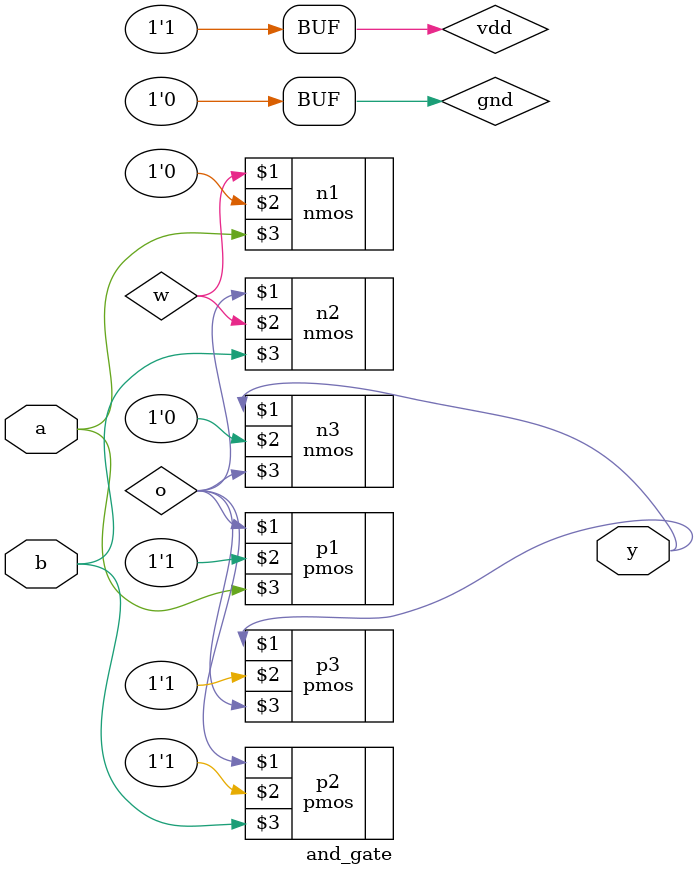
<source format=v>
module and_gate(
  input a, b,
  output y
);
  supply0 gnd;
  supply1 vdd;
  wire w,o;
   
   //nand
  pmos p1(o, vdd, a);
  pmos p2(o, vdd, b);
  nmos n1(w, gnd, a);
  nmos n2(o, w, b);
 
    //~NAND
  pmos p3(y,vdd,o);
  nmos n3(y,gnd,o);

endmodule

</source>
